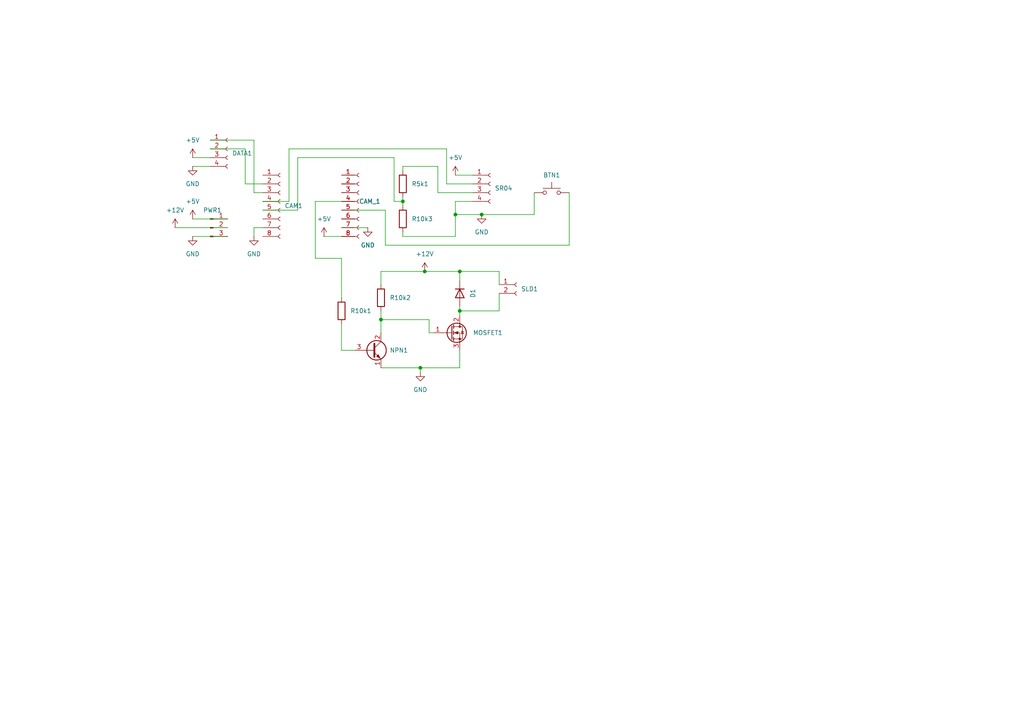
<source format=kicad_sch>
(kicad_sch (version 20250114) (generator "eeschema") (generator_version "9.0")
  (paper "A4")
  (lib_symbols
    (symbol "Connector:Conn_01x02_Socket" (pin_names (offset 1.016) (hide yes))
      (property "Reference" "J" (at 0 2.54 0))
      (property "Value" "Conn_01x02_Socket" (at 0 -5.08 0))
      (symbol "Conn_01x02_Socket_1_1"
        (polyline (pts (xy -1.27 0) (xy -0.508 0)) (stroke (width 0.1524)))
        (polyline (pts (xy -1.27 -2.54) (xy -0.508 -2.54)) (stroke (width 0.1524)))
        (arc (start 0 -0.508) (mid -0.5058 0) (end 0 0.508) (stroke (width 0.1524)))
        (arc (start 0 -3.048) (mid -0.5058 -2.54) (end 0 -2.032) (stroke (width 0.1524)))
        (pin passive line (at -5.08 0 0) (length 3.81) (name "Pin_1") (number "1"))
        (pin passive line (at -5.08 -2.54 0) (length 3.81) (name "Pin_2") (number "2"))
      )
    )
    (symbol "Connector:Conn_01x03_Pin" (pin_names (offset 1.016) (hide yes))
      (property "Reference" "J" (at 0 5.08 0))
      (property "Value" "Conn_01x03_Pin" (at 0 -5.08 0))
      (symbol "Conn_01x03_Pin_1_1"
        (rectangle (start 0.8636 2.667) (end 0 2.413) (stroke (width 0.1524)) (fill (type outline)))
        (rectangle (start 0.8636 0.127) (end 0 -0.127) (stroke (width 0.1524)) (fill (type outline)))
        (rectangle (start 0.8636 -2.413) (end 0 -2.667) (stroke (width 0.1524)) (fill (type outline)))
        (polyline (pts (xy 1.27 2.54) (xy 0.8636 2.54)) (stroke (width 0.1524)))
        (polyline (pts (xy 1.27 0) (xy 0.8636 0)) (stroke (width 0.1524)))
        (polyline (pts (xy 1.27 -2.54) (xy 0.8636 -2.54)) (stroke (width 0.1524)))
        (pin passive line (at 5.08 2.54 180) (length 3.81) (name "Pin_1") (number "1"))
        (pin passive line (at 5.08 0 180) (length 3.81) (name "Pin_2") (number "2"))
        (pin passive line (at 5.08 -2.54 180) (length 3.81) (name "Pin_3") (number "3"))
      )
    )
    (symbol "Connector:Conn_01x04_Socket" (pin_names (offset 1.016) (hide yes))
      (property "Reference" "J" (at 0 5.08 0))
      (property "Value" "Conn_01x04_Socket" (at 0 -7.62 0))
      (symbol "Conn_01x04_Socket_1_1"
        (polyline (pts (xy -1.27 2.54) (xy -0.508 2.54)) (stroke (width 0.1524)))
        (polyline (pts (xy -1.27 0) (xy -0.508 0)) (stroke (width 0.1524)))
        (polyline (pts (xy -1.27 -2.54) (xy -0.508 -2.54)) (stroke (width 0.1524)))
        (polyline (pts (xy -1.27 -5.08) (xy -0.508 -5.08)) (stroke (width 0.1524)))
        (arc (start 0 2.032) (mid -0.5058 2.54) (end 0 3.048) (stroke (width 0.1524)))
        (arc (start 0 -0.508) (mid -0.5058 0) (end 0 0.508) (stroke (width 0.1524)))
        (arc (start 0 -3.048) (mid -0.5058 -2.54) (end 0 -2.032) (stroke (width 0.1524)))
        (arc (start 0 -5.588) (mid -0.5058 -5.08) (end 0 -4.572) (stroke (width 0.1524)))
        (pin passive line (at -5.08 2.54 0) (length 3.81) (name "Pin_1") (number "1"))
        (pin passive line (at -5.08 0 0) (length 3.81) (name "Pin_2") (number "2"))
        (pin passive line (at -5.08 -2.54 0) (length 3.81) (name "Pin_3") (number "3"))
        (pin passive line (at -5.08 -5.08 0) (length 3.81) (name "Pin_4") (number "4"))
      )
    )
    (symbol "Connector:Conn_01x08_Socket" (pin_names (offset 1.016) (hide yes))
      (property "Reference" "J" (at 0 10.16 0))
      (property "Value" "Conn_01x08_Socket" (at 0 -12.7 0))
      (symbol "Conn_01x08_Socket_1_1"
        (polyline (pts (xy -1.27 7.62) (xy -0.508 7.62)) (stroke (width 0.1524)))
        (polyline (pts (xy -1.27 5.08) (xy -0.508 5.08)) (stroke (width 0.1524)))
        (polyline (pts (xy -1.27 2.54) (xy -0.508 2.54)) (stroke (width 0.1524)))
        (polyline (pts (xy -1.27 0) (xy -0.508 0)) (stroke (width 0.1524)))
        (polyline (pts (xy -1.27 -2.54) (xy -0.508 -2.54)) (stroke (width 0.1524)))
        (polyline (pts (xy -1.27 -5.08) (xy -0.508 -5.08)) (stroke (width 0.1524)))
        (polyline (pts (xy -1.27 -7.62) (xy -0.508 -7.62)) (stroke (width 0.1524)))
        (polyline (pts (xy -1.27 -10.16) (xy -0.508 -10.16)) (stroke (width 0.1524)))
        (arc (start 0 7.112) (mid -0.5058 7.62) (end 0 8.128) (stroke (width 0.1524)))
        (arc (start 0 4.572) (mid -0.5058 5.08) (end 0 5.588) (stroke (width 0.1524)))
        (arc (start 0 2.032) (mid -0.5058 2.54) (end 0 3.048) (stroke (width 0.1524)))
        (arc (start 0 -0.508) (mid -0.5058 0) (end 0 0.508) (stroke (width 0.1524)))
        (arc (start 0 -3.048) (mid -0.5058 -2.54) (end 0 -2.032) (stroke (width 0.1524)))
        (arc (start 0 -5.588) (mid -0.5058 -5.08) (end 0 -4.572) (stroke (width 0.1524)))
        (arc (start 0 -8.128) (mid -0.5058 -7.62) (end 0 -7.112) (stroke (width 0.1524)))
        (arc (start 0 -10.668) (mid -0.5058 -10.16) (end 0 -9.652) (stroke (width 0.1524)))
        (pin passive line (at -5.08 7.62 0) (length 3.81) (name "Pin_1") (number "1"))
        (pin passive line (at -5.08 5.08 0) (length 3.81) (name "Pin_2") (number "2"))
        (pin passive line (at -5.08 2.54 0) (length 3.81) (name "Pin_3") (number "3"))
        (pin passive line (at -5.08 0 0) (length 3.81) (name "Pin_4") (number "4"))
        (pin passive line (at -5.08 -2.54 0) (length 3.81) (name "Pin_5") (number "5"))
        (pin passive line (at -5.08 -5.08 0) (length 3.81) (name "Pin_6") (number "6"))
        (pin passive line (at -5.08 -7.62 0) (length 3.81) (name "Pin_7") (number "7"))
        (pin passive line (at -5.08 -10.16 0) (length 3.81) (name "Pin_8") (number "8"))
      )
    )
    (symbol "Device:R" (pin_numbers (hide yes)) (pin_names (offset 0))
      (property "Reference" "R" (at 2.032 0 90))
      (property "Value" "R" (at 0 0 90))
      (symbol "R_0_1"
        (rectangle (start -1.016 -2.54) (end 1.016 2.54) (stroke (width 0.254)))
      )
      (symbol "R_1_1"
        (pin passive line (at 0 3.81 270) (length 1.27) (name "~") (number "1"))
        (pin passive line (at 0 -3.81 90) (length 1.27) (name "~") (number "2"))
      )
    )
    (symbol "Diode:1N4001" (pin_numbers (hide yes)) (pin_names (hide yes))
      (property "Reference" "D" (at 0 2.54 0))
      (property "Value" "1N4001" (at 0 -2.54 0))
      (symbol "1N4001_0_1"
        (polyline (pts (xy -1.27 1.27) (xy -1.27 -1.27)) (stroke (width 0.254)))
        (polyline (pts (xy 1.27 1.27) (xy 1.27 -1.27) (xy -1.27 0) (xy 1.27 1.27)) (stroke (width 0.254)))
        (polyline (pts (xy 1.27 0) (xy -1.27 0)))
      )
      (symbol "1N4001_1_1"
        (pin passive line (at -3.81 0 0) (length 2.54) (name "K") (number "1"))
        (pin passive line (at 3.81 0 180) (length 2.54) (name "A") (number "2"))
      )
    )
    (symbol "Switch:SW_Push" (pin_numbers (hide yes)) (pin_names (offset 1.016) (hide yes))
      (property "Reference" "SW" (at 1.27 2.54 0))
      (property "Value" "SW_Push" (at 0 -1.524 0))
      (symbol "SW_Push_0_1"
        (circle (center -2.032 0) (radius 0.508))
        (polyline (pts (xy 0 1.27) (xy 0 3.048)))
        (circle (center 2.032 0) (radius 0.508))
        (polyline (pts (xy 2.54 1.27) (xy -2.54 1.27)))
        (pin passive line (at -5.08 0 0) (length 2.54) (name "1") (number "1"))
        (pin passive line (at 5.08 0 180) (length 2.54) (name "2") (number "2"))
      )
    )
    (symbol "Transistor_BJT:2SC1815" (pin_names (offset 0) (hide yes))
      (property "Reference" "Q" (at 5.08 1.905 0))
      (property "Value" "2SC1815" (at 5.08 0 0))
      (symbol "2SC1815_0_1"
        (polyline (pts (xy -2.54 0) (xy 0.635 0)))
        (polyline (pts (xy 0.635 1.905) (xy 0.635 -1.905)) (stroke (width 0.508)))
        (circle (center 1.27 0) (radius 2.8194) (stroke (width 0.254)))
      )
      (symbol "2SC1815_1_1"
        (polyline (pts (xy 0.635 0.635) (xy 2.54 2.54)))
        (polyline (pts (xy 0.635 -0.635) (xy 2.54 -2.54)))
        (polyline (pts (xy 1.27 -1.778) (xy 1.778 -1.27) (xy 2.286 -2.286) (xy 1.27 -1.778)) (fill (type outline)))
        (pin input line (at -5.08 0 0) (length 2.54) (name "B") (number "3"))
        (pin passive line (at 2.54 5.08 270) (length 2.54) (name "C") (number "2"))
        (pin passive line (at 2.54 -5.08 90) (length 2.54) (name "E") (number "1"))
      )
    )
    (symbol "Transistor_FET:IRF840A" (pin_names (offset 0) (hide yes))
      (property "Reference" "Q" (at 5.08 1.905 0))
      (property "Value" "IRF840A" (at 5.08 0 0))
      (symbol "IRF840A_0_1"
        (polyline (pts (xy 0.254 1.905) (xy 0.254 -1.905)) (stroke (width 0.254)))
        (polyline (pts (xy 0.254 0) (xy -2.54 0)))
        (polyline (pts (xy 0.762 2.286) (xy 0.762 1.27)) (stroke (width 0.254)))
        (polyline (pts (xy 0.762 0.508) (xy 0.762 -0.508)) (stroke (width 0.254)))
        (polyline (pts (xy 0.762 -1.27) (xy 0.762 -2.286)) (stroke (width 0.254)))
        (polyline (pts (xy 0.762 -1.778) (xy 3.302 -1.778) (xy 3.302 1.778) (xy 0.762 1.778)))
        (polyline (pts (xy 1.016 0) (xy 2.032 0.381) (xy 2.032 -0.381) (xy 1.016 0)) (fill (type outline)))
        (circle (center 1.651 0) (radius 2.794) (stroke (width 0.254)))
        (polyline (pts (xy 2.54 2.54) (xy 2.54 1.778)))
        (circle (center 2.54 1.778) (radius 0.254) (fill (type outline)))
        (circle (center 2.54 -1.778) (radius 0.254) (fill (type outline)))
        (polyline (pts (xy 2.54 -2.54) (xy 2.54 0) (xy 0.762 0)))
        (polyline (pts (xy 2.921 0.381) (xy 3.683 0.381)))
        (polyline (pts (xy 3.302 0.381) (xy 2.921 -0.254) (xy 3.683 -0.254) (xy 3.302 0.381)))
      )
      (symbol "IRF840A_1_1"
        (pin input line (at -5.08 0 0) (length 2.54) (name "G") (number "1"))
        (pin passive line (at 2.54 5.08 270) (length 2.54) (name "D") (number "2"))
        (pin passive line (at 2.54 -5.08 90) (length 2.54) (name "S") (number "3"))
      )
    )
    (symbol "power:+12V" (power) (pin_numbers (hide yes)) (pin_names (offset 0) (hide yes))
      (property "Value" "+12V" (at 0 3.556 0))
      (symbol "+12V_0_1"
        (polyline (pts (xy -0.762 1.27) (xy 0 2.54)))
        (polyline (pts (xy 0 2.54) (xy 0.762 1.27)))
        (polyline (pts (xy 0 0) (xy 0 2.54)))
      )
      (symbol "+12V_1_1"
        (pin power_in line (at 0 0 90) (length 0) (name "~") (number "1"))
      )
    )
    (symbol "power:+5V" (power) (pin_numbers (hide yes)) (pin_names (offset 0) (hide yes))
      (property "Value" "+5V" (at 0 3.556 0))
      (symbol "+5V_0_1"
        (polyline (pts (xy -0.762 1.27) (xy 0 2.54)))
        (polyline (pts (xy 0 2.54) (xy 0.762 1.27)))
        (polyline (pts (xy 0 0) (xy 0 2.54)))
      )
      (symbol "+5V_1_1"
        (pin power_in line (at 0 0 90) (length 0) (name "~") (number "1"))
      )
    )
    (symbol "power:GND" (power) (pin_numbers (hide yes)) (pin_names (offset 0) (hide yes))
      (property "Value" "GND" (at 0 -3.81 0))
      (symbol "GND_0_1"
        (polyline (pts (xy 0 0) (xy 0 -1.27) (xy 1.27 -1.27) (xy 0 -2.54) (xy -1.27 -1.27) (xy 0 -1.27)))
      )
      (symbol "GND_1_1"
        (pin power_in line (at 0 0 270) (length 0) (name "~") (number "1"))
      )
    )
  )
  (junction (at 110.49 92.71))
  (junction (at 132.08 62.23))
  (junction (at 116.84 58.42))
  (junction (at 121.92 106.68))
  (junction (at 133.35 90.17))
  (junction (at 139.7 62.23))
  (junction (at 123.19 78.74))
  (junction (at 133.35 78.74))
  (wire (pts (xy 129.54 53.34) (xy 129.54 43.18)))
  (wire (pts (xy 137.16 55.88) (xy 127 55.88)))
  (wire (pts (xy 73.66 55.88) (xy 76.2 55.88)))
  (wire (pts (xy 129.54 43.18) (xy 83.82 43.18)))
  (wire (pts (xy 132.08 58.42) (xy 137.16 58.42)))
  (wire (pts (xy 121.92 107.95) (xy 121.92 106.68)))
  (wire (pts (xy 116.84 58.42) (xy 114.3 58.42)))
  (wire (pts (xy 83.82 43.18) (xy 83.82 58.42)))
  (wire (pts (xy 144.78 85.09) (xy 144.78 90.17)))
  (wire (pts (xy 133.35 88.9) (xy 133.35 90.17)))
  (wire (pts (xy 139.7 62.23) (xy 132.08 62.23)))
  (wire (pts (xy 55.88 45.72) (xy 60.96 45.72)))
  (wire (pts (xy 133.35 101.6) (xy 133.35 106.68)))
  (wire (pts (xy 132.08 62.23) (xy 132.08 58.42)))
  (wire (pts (xy 99.06 86.36) (xy 99.06 74.93)))
  (wire (pts (xy 116.84 48.26) (xy 116.84 49.53)))
  (wire (pts (xy 133.35 78.74) (xy 123.19 78.74)))
  (wire (pts (xy 110.49 78.74) (xy 110.49 82.55)))
  (wire (pts (xy 133.35 81.28) (xy 133.35 78.74)))
  (wire (pts (xy 144.78 90.17) (xy 133.35 90.17)))
  (wire (pts (xy 66.04 68.58) (xy 55.88 68.58)))
  (wire (pts (xy 165.1 71.12) (xy 165.1 55.88)))
  (wire (pts (xy 137.16 53.34) (xy 129.54 53.34)))
  (wire (pts (xy 60.96 40.64) (xy 73.66 40.64)))
  (wire (pts (xy 99.06 93.98) (xy 99.06 101.6)))
  (wire (pts (xy 73.66 40.64) (xy 73.66 55.88)))
  (wire (pts (xy 99.06 60.96) (xy 111.76 60.96)))
  (wire (pts (xy 144.78 82.55) (xy 144.78 78.74)))
  (wire (pts (xy 124.46 96.52) (xy 125.73 96.52)))
  (wire (pts (xy 110.49 90.17) (xy 110.49 92.71)))
  (wire (pts (xy 114.3 45.72) (xy 86.36 45.72)))
  (wire (pts (xy 111.76 71.12) (xy 165.1 71.12)))
  (wire (pts (xy 99.06 66.04) (xy 106.68 66.04)))
  (wire (pts (xy 133.35 90.17) (xy 133.35 91.44)))
  (wire (pts (xy 124.46 92.71) (xy 110.49 92.71)))
  (wire (pts (xy 154.94 55.88) (xy 154.94 62.23)))
  (wire (pts (xy 132.08 50.8) (xy 137.16 50.8)))
  (wire (pts (xy 71.12 53.34) (xy 71.12 43.18)))
  (wire (pts (xy 76.2 60.96) (xy 86.36 60.96)))
  (wire (pts (xy 91.44 58.42) (xy 99.06 58.42)))
  (wire (pts (xy 116.84 58.42) (xy 116.84 59.69)))
  (wire (pts (xy 91.44 74.93) (xy 91.44 58.42)))
  (wire (pts (xy 99.06 101.6) (xy 102.87 101.6)))
  (wire (pts (xy 121.92 106.68) (xy 133.35 106.68)))
  (wire (pts (xy 111.76 60.96) (xy 111.76 71.12)))
  (wire (pts (xy 99.06 74.93) (xy 91.44 74.93)))
  (wire (pts (xy 60.96 43.18) (xy 71.12 43.18)))
  (wire (pts (xy 76.2 53.34) (xy 71.12 53.34)))
  (wire (pts (xy 124.46 96.52) (xy 124.46 92.71)))
  (wire (pts (xy 114.3 58.42) (xy 114.3 45.72)))
  (wire (pts (xy 73.66 66.04) (xy 76.2 66.04)))
  (wire (pts (xy 76.2 58.42) (xy 83.82 58.42)))
  (wire (pts (xy 110.49 96.52) (xy 110.49 92.71)))
  (wire (pts (xy 132.08 62.23) (xy 132.08 68.58)))
  (wire (pts (xy 144.78 78.74) (xy 133.35 78.74)))
  (wire (pts (xy 123.19 78.74) (xy 110.49 78.74)))
  (wire (pts (xy 86.36 45.72) (xy 86.36 60.96)))
  (wire (pts (xy 127 55.88) (xy 127 48.26)))
  (wire (pts (xy 55.88 48.26) (xy 60.96 48.26)))
  (wire (pts (xy 73.66 68.58) (xy 73.66 66.04)))
  (wire (pts (xy 110.49 106.68) (xy 121.92 106.68)))
  (wire (pts (xy 116.84 68.58) (xy 132.08 68.58)))
  (wire (pts (xy 116.84 57.15) (xy 116.84 58.42)))
  (wire (pts (xy 127 48.26) (xy 116.84 48.26)))
  (wire (pts (xy 154.94 62.23) (xy 139.7 62.23)))
  (wire (pts (xy 55.88 63.5) (xy 66.04 63.5)))
  (wire (pts (xy 93.98 68.58) (xy 99.06 68.58)))
  (wire (pts (xy 50.8 66.04) (xy 66.04 66.04)))
  (wire (pts (xy 116.84 67.31) (xy 116.84 68.58)))
  (symbol (lib_id "Connector:Conn_01x04_Socket") (at 66.04 43.18 0) (unit 1)
    (property "Reference" "DATA1" (at 67.31 44.4499 0) (effects (justify left)))
    (property "Value" "Conn_01x04_Socket" (effects (hide yes)))
    (property "Footprint" "Connector_PinSocket_2.54mm:PinSocket_1x04_P2.54mm_Vertical" (effects (hide yes)))
    (property "Description" "Generic connector, single row, 01x04, script generated" (effects (hide yes)))
  )
  (symbol (lib_id "Connector:Conn_01x02_Socket") (at 149.86 82.55 0) (unit 1)
    (property "Reference" "SLD1" (at 151.13 83.8199 0) (effects (justify left)))
    (property "Value" "Conn_01x02_Socket" (effects (hide yes)))
    (property "Footprint" "Connector_PinHeader_2.54mm:PinHeader_1x02_P2.54mm_Vertical" (effects (hide yes)))
    (property "Description" "Generic connector, single row, 01x02, script generated" (effects (hide yes)))
  )
  (symbol (lib_id "Connector:Conn_01x08_Socket") (at 81.28 58.42 0) (unit 1)
    (property "Reference" "CAM1" (at 82.55 59.6899 0) (effects (justify left)))
    (property "Value" "Conn_01x08_Socket" (effects (hide yes)))
    (property "Footprint" "Connector_PinSocket_2.54mm:PinSocket_1x08_P2.54mm_Vertical" (effects (hide yes)))
    (property "Description" "Generic connector, single row, 01x08, script generated" (effects (hide yes)))
  )
  (symbol (lib_id "Device:R") (at 110.49 86.36 0) (unit 1)
    (property "Reference" "R10k2" (at 113.03 86.3599 0) (effects (justify left)))
    (property "Value" "R" (effects (hide yes)))
    (property "Footprint" "Resistor_THT:R_Axial_DIN0207_L6.3mm_D2.5mm_P10.16mm_Horizontal" (effects (hide yes)))
    (property "Description" "Resistor" (effects (hide yes)))
  )
  (symbol (lib_id "Device:R") (at 116.84 53.34 0) (unit 1)
    (property "Reference" "R5k1" (at 119.38 53.3399 0) (effects (justify left)))
    (property "Value" "R" (effects (hide yes)))
    (property "Footprint" "Resistor_THT:R_Axial_DIN0207_L6.3mm_D2.5mm_P10.16mm_Horizontal" (effects (hide yes)))
    (property "Description" "Resistor" (effects (hide yes)))
  )
  (symbol (lib_id "power:GND") (at 55.88 48.26 0) (unit 1)
    (property "Reference" "#PWR06" (effects (hide yes)))
    (property "Value" "GND" (at 55.88 53.34 0))
    (property "Description" "Power symbol creates a global label with name \"GND\" , ground" (effects (hide yes)))
  )
  (symbol (lib_id "power:+5V") (at 55.88 63.5 0) (unit 1)
    (property "Reference" "#PWR04" (effects (hide yes)))
    (property "Value" "+5V" (at 55.88 58.42 0))
    (property "Description" "Power symbol creates a global label with name \"+5V\"" (effects (hide yes)))
  )
  (symbol (lib_id "Transistor_FET:IRF840A") (at 130.81 96.52 0) (unit 1)
    (property "Reference" "MOSFET1" (at 137.16 96.5199 0) (effects (justify left)))
    (property "Value" "IRF840A" (effects (hide yes)))
    (property "Footprint" "Package_TO_SOT_THT:TO-220-3_Vertical" (effects (hide yes)))
    (property "Datasheet" "https://www.vishay.com/docs/91065/91065.pdf" (effects (hide yes)))
    (property "Description" "N-Channel MOSFET, 8A Id, 500V Vds, 850mΩ Rds, TO-220" (effects (hide yes)))
  )
  (symbol (lib_id "Diode:1N4001") (at 133.35 85.09 270) (unit 1)
    (property "Reference" "D1" (at 137.16 85.09 0))
    (property "Value" "1N4001" (effects (hide yes)))
    (property "Footprint" "Diode_THT:D_DO-41_SOD81_P10.16mm_Horizontal" (effects (hide yes)))
    (property "Datasheet" "http://www.vishay.com/docs/88503/1n4001.pdf" (effects (hide yes)))
    (property "Description" "50V 1A General Purpose Rectifier Diode, DO-41" (effects (hide yes)))
    (property "Sim.Device" "D" (effects (hide yes)))
    (property "Sim.Pins" "1=K 2=A" (effects (hide yes)))
  )
  (symbol (lib_id "power:+12V") (at 50.8 66.04 0) (unit 1)
    (property "Reference" "#PWR05" (effects (hide yes)))
    (property "Value" "+12V" (at 50.8 60.96 0))
    (property "Description" "Power symbol creates a global label with name \"+12V\"" (effects (hide yes)))
  )
  (symbol (lib_id "Device:R") (at 99.06 90.17 0) (unit 1)
    (property "Reference" "R10k1" (at 101.6 90.1699 0) (effects (justify left)))
    (property "Value" "R" (effects (hide yes)))
    (property "Footprint" "Resistor_THT:R_Axial_DIN0207_L6.3mm_D2.5mm_P10.16mm_Horizontal" (effects (hide yes)))
    (property "Description" "Resistor" (effects (hide yes)))
  )
  (symbol (lib_id "power:+5V") (at 93.98 68.58 0) (unit 1)
    (property "Reference" "#PWR01" (effects (hide yes)))
    (property "Value" "+5V" (at 93.98 63.5 0))
    (property "Description" "Power symbol creates a global label with name \"+5V\"" (effects (hide yes)))
  )
  (symbol (lib_id "power:GND") (at 121.92 107.95 0) (unit 1)
    (property "Reference" "#PWR011" (effects (hide yes)))
    (property "Value" "GND" (at 121.92 113.03 0))
    (property "Description" "Power symbol creates a global label with name \"GND\" , ground" (effects (hide yes)))
  )
  (symbol (lib_id "Connector:Conn_01x04_Socket") (at 142.24 53.34 0) (unit 1)
    (property "Reference" "SR04" (at 143.51 54.6099 0) (effects (justify left)))
    (property "Value" "Conn_01x04_Socket" (effects (hide yes)))
    (property "Footprint" "Connector_PinSocket_2.54mm:PinSocket_1x04_P2.54mm_Vertical" (effects (hide yes)))
    (property "Description" "Generic connector, single row, 01x04, script generated" (effects (hide yes)))
  )
  (symbol (lib_id "power:+5V") (at 55.88 45.72 0) (unit 1)
    (property "Reference" "#PWR07" (effects (hide yes)))
    (property "Value" "+5V" (at 55.88 40.64 0))
    (property "Description" "Power symbol creates a global label with name \"+5V\"" (effects (hide yes)))
  )
  (symbol (lib_id "power:GND") (at 139.7 62.23 0) (unit 1)
    (property "Reference" "#PWR010" (effects (hide yes)))
    (property "Value" "GND" (at 139.7 67.31 0))
    (property "Description" "Power symbol creates a global label with name \"GND\" , ground" (effects (hide yes)))
  )
  (symbol (lib_id "Switch:SW_Push") (at 160.02 55.88 0) (unit 1)
    (property "Reference" "BTN1" (at 160.02 50.8 0))
    (property "Value" "SW_Push" (effects (hide yes)))
    (property "Footprint" "Diode_THT:D_DO-41_SOD81_P5.08mm_Vertical_KathodeUp" (effects (hide yes)))
    (property "Description" "Push button switch, generic, two pins" (effects (hide yes)))
  )
  (symbol (lib_id "Transistor_BJT:2SC1815") (at 107.95 101.6 0) (unit 1)
    (property "Reference" "NPN1" (at 113.03 101.5999 0) (effects (justify left)))
    (property "Value" "2SC1815" (effects (hide yes)))
    (property "Footprint" "Connector_PinHeader_2.54mm:PinHeader_1x03_P2.54mm_Vertical" (effects (hide yes)))
    (property "Datasheet" "https://media.digikey.com/pdf/Data%20Sheets/Toshiba%20PDFs/2SC1815.pdf" (effects (hide yes)))
    (property "Description" "0.15A Ic, 50V Vce, Low Noise Audio NPN Transistor, TO-92" (effects (hide yes)))
    (property "Sim.Device" "NPN" (effects (hide yes)))
    (property "Sim.Pins" "1=E 2=C 3=B" (effects (hide yes)))
  )
  (symbol (lib_id "Device:R") (at 116.84 63.5 0) (unit 1)
    (property "Reference" "R10k3" (at 119.38 63.4999 0) (effects (justify left)))
    (property "Value" "R" (effects (hide yes)))
    (property "Footprint" "Resistor_THT:R_Axial_DIN0207_L6.3mm_D2.5mm_P10.16mm_Horizontal" (effects (hide yes)))
    (property "Description" "Resistor" (effects (hide yes)))
  )
  (symbol (lib_id "power:+12V") (at 123.19 78.74 0) (unit 1)
    (property "Reference" "#PWR012" (effects (hide yes)))
    (property "Value" "+12V" (at 123.19 73.66 0))
    (property "Description" "Power symbol creates a global label with name \"+12V\"" (effects (hide yes)))
  )
  (symbol (lib_id "power:GND") (at 73.66 68.58 0) (unit 1)
    (property "Reference" "#PWR08" (effects (hide yes)))
    (property "Value" "GND" (at 73.66 73.66 0))
    (property "Description" "Power symbol creates a global label with name \"GND\" , ground" (effects (hide yes)))
  )
  (symbol (lib_id "Connector:Conn_01x03_Pin") (at 60.96 66.04 0) (unit 1)
    (property "Reference" "PWR1" (at 61.595 60.96 0))
    (property "Value" "Conn_01x03_Pin" (effects (hide yes)))
    (property "Footprint" "Connector_PinHeader_2.54mm:PinHeader_1x03_P2.54mm_Vertical" (effects (hide yes)))
    (property "Description" "Generic connector, single row, 01x03, script generated" (effects (hide yes)))
  )
  (symbol (lib_id "power:+5V") (at 132.08 50.8 0) (unit 1)
    (property "Reference" "#PWR09" (effects (hide yes)))
    (property "Value" "+5V" (at 132.08 45.72 0))
    (property "Description" "Power symbol creates a global label with name \"+5V\"" (effects (hide yes)))
  )
  (symbol (lib_id "power:GND") (at 55.88 68.58 0) (unit 1)
    (property "Reference" "#PWR03" (effects (hide yes)))
    (property "Value" "GND" (at 55.88 73.66 0))
    (property "Description" "Power symbol creates a global label with name \"GND\" , ground" (effects (hide yes)))
  )
  (symbol (lib_id "Connector:Conn_01x08_Socket") (at 104.14 58.42 0) (unit 1)
    (property "Reference" "CAM_1" (at 104.14 58.42 0) (effects (justify left)))
    (property "Value" "Conn_01x08_Socket" (effects (hide yes)))
    (property "Footprint" "Connector_PinSocket_2.54mm:PinSocket_1x08_P2.54mm_Vertical" (effects (hide yes)))
    (property "Description" "Generic connector, single row, 01x08, script generated" (effects (hide yes)))
  )
  (symbol (lib_id "power:GND") (at 106.68 66.04 0) (unit 1)
    (property "Reference" "#PWR02" (effects (hide yes)))
    (property "Value" "GND" (at 106.68 71.12 0))
    (property "Description" "Power symbol creates a global label with name \"GND\" , ground" (effects (hide yes)))
  )
)
</source>
